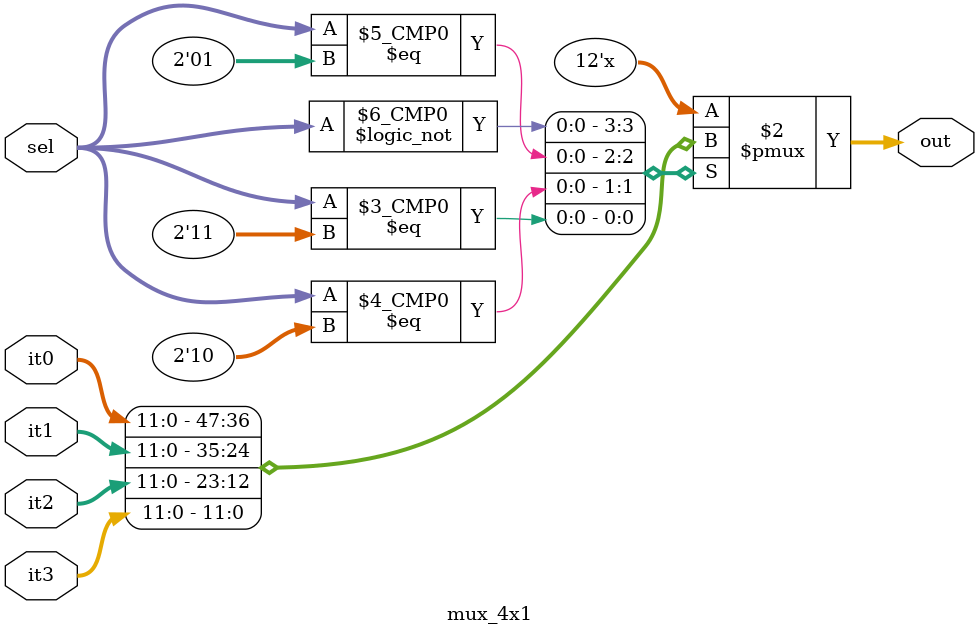
<source format=v>
module mux_4x1 #(parameter N=12) 
(input [N-1:0] it0,it1, it2, it3,
input [1:0] sel, 
output reg [N-1:0] out);


always @(*) begin

case(sel)
2'b00 : out = it0;
2'b01 : out = it1;
2'b10 : out = it2;
2'b11 : out = it3;
default : out = 0;
endcase

end

endmodule

</source>
